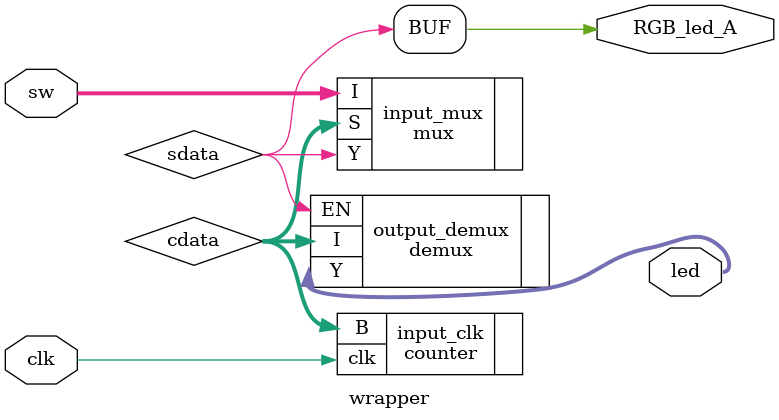
<source format=v>
`timescale 1ns / 1ps


module wrapper(
    input clk,
    input [7:0] sw,
    output [7:0] led,
    output [0:0] RGB_led_A
);

wire sdata;
wire [2:0]cdata;

counter input_clk (.clk(clk), .B(cdata));

mux input_mux (
    .I(sw),
    .S(cdata),
    .Y(sdata)
);

demux output_demux (
    .EN(sdata),
    .I(cdata),
    .Y(led)
);

assign RGB_led_A[0] = sdata;
    
endmodule

</source>
